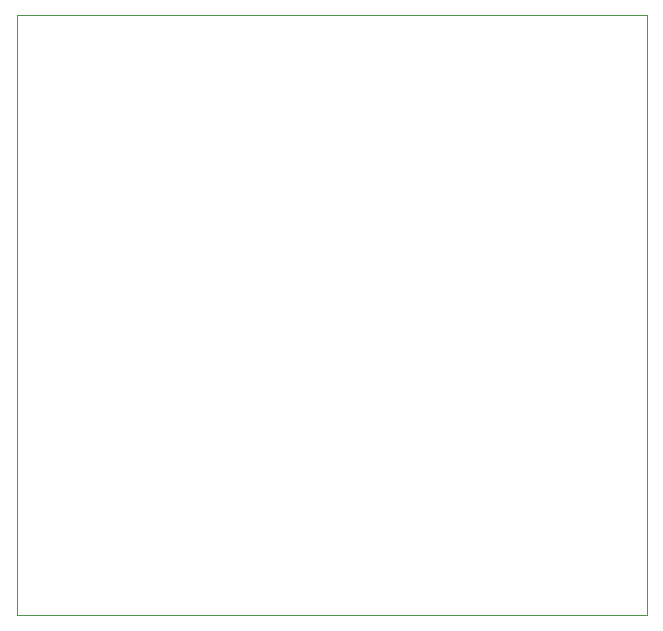
<source format=gko>
G75*
%MOIN*%
%OFA0B0*%
%FSLAX25Y25*%
%IPPOS*%
%LPD*%
%AMOC8*
5,1,8,0,0,1.08239X$1,22.5*
%
%ADD10C,0.00472*%
D10*
X0001236Y0001236D02*
X0211236Y0001236D01*
X0211236Y0201236D01*
X0001236Y0201236D01*
X0001236Y0201236D01*
X0001236Y0001236D01*
M02*

</source>
